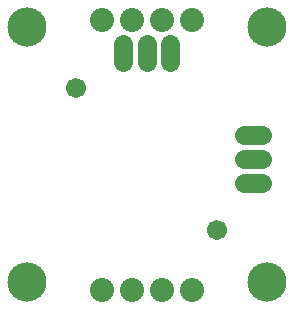
<source format=gbr>
G04 EAGLE Gerber RS-274X export*
G75*
%MOMM*%
%FSLAX34Y34*%
%LPD*%
%INSoldermask Top*%
%IPPOS*%
%AMOC8*
5,1,8,0,0,1.08239X$1,22.5*%
G01*
%ADD10C,1.601600*%
%ADD11C,1.701600*%
%ADD12C,3.317600*%
%ADD13C,2.032000*%


D10*
X127000Y212040D02*
X127000Y227040D01*
X107000Y227040D02*
X107000Y212040D01*
X147000Y212040D02*
X147000Y227040D01*
X209500Y149540D02*
X224500Y149540D01*
X224500Y129540D02*
X209500Y129540D01*
X209500Y109540D02*
X224500Y109540D01*
D11*
X67000Y189540D03*
X187000Y69540D03*
D12*
X228600Y25400D03*
X25400Y25400D03*
X228600Y241300D03*
X25400Y241300D03*
D13*
X88900Y19050D03*
X114300Y19050D03*
X139700Y19050D03*
X165100Y19050D03*
X88900Y247650D03*
X114300Y247650D03*
X139700Y247650D03*
X165100Y247650D03*
M02*

</source>
